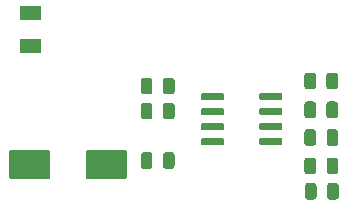
<source format=gbr>
G04 #@! TF.GenerationSoftware,KiCad,Pcbnew,(5.1.5)-3*
G04 #@! TF.CreationDate,2020-09-18T03:55:18-03:00*
G04 #@! TF.ProjectId,Pre charge & discharge,50726520-6368-4617-9267-652026206469,rev?*
G04 #@! TF.SameCoordinates,Original*
G04 #@! TF.FileFunction,Paste,Top*
G04 #@! TF.FilePolarity,Positive*
%FSLAX46Y46*%
G04 Gerber Fmt 4.6, Leading zero omitted, Abs format (unit mm)*
G04 Created by KiCad (PCBNEW (5.1.5)-3) date 2020-09-18 03:55:18*
%MOMM*%
%LPD*%
G04 APERTURE LIST*
%ADD10C,0.100000*%
G04 APERTURE END LIST*
D10*
G36*
X152575000Y-63425000D02*
G01*
X154325000Y-63425000D01*
X154325000Y-64675000D01*
X152575000Y-64675000D01*
X152575000Y-63425000D01*
G37*
G36*
X152575000Y-66225000D02*
G01*
X154325000Y-66225000D01*
X154325000Y-67475000D01*
X152575000Y-67475000D01*
X152575000Y-66225000D01*
G37*
G36*
X163530142Y-71651174D02*
G01*
X163553803Y-71654684D01*
X163577007Y-71660496D01*
X163599529Y-71668554D01*
X163621153Y-71678782D01*
X163641670Y-71691079D01*
X163660883Y-71705329D01*
X163678607Y-71721393D01*
X163694671Y-71739117D01*
X163708921Y-71758330D01*
X163721218Y-71778847D01*
X163731446Y-71800471D01*
X163739504Y-71822993D01*
X163745316Y-71846197D01*
X163748826Y-71869858D01*
X163750000Y-71893750D01*
X163750000Y-72806250D01*
X163748826Y-72830142D01*
X163745316Y-72853803D01*
X163739504Y-72877007D01*
X163731446Y-72899529D01*
X163721218Y-72921153D01*
X163708921Y-72941670D01*
X163694671Y-72960883D01*
X163678607Y-72978607D01*
X163660883Y-72994671D01*
X163641670Y-73008921D01*
X163621153Y-73021218D01*
X163599529Y-73031446D01*
X163577007Y-73039504D01*
X163553803Y-73045316D01*
X163530142Y-73048826D01*
X163506250Y-73050000D01*
X163018750Y-73050000D01*
X162994858Y-73048826D01*
X162971197Y-73045316D01*
X162947993Y-73039504D01*
X162925471Y-73031446D01*
X162903847Y-73021218D01*
X162883330Y-73008921D01*
X162864117Y-72994671D01*
X162846393Y-72978607D01*
X162830329Y-72960883D01*
X162816079Y-72941670D01*
X162803782Y-72921153D01*
X162793554Y-72899529D01*
X162785496Y-72877007D01*
X162779684Y-72853803D01*
X162776174Y-72830142D01*
X162775000Y-72806250D01*
X162775000Y-71893750D01*
X162776174Y-71869858D01*
X162779684Y-71846197D01*
X162785496Y-71822993D01*
X162793554Y-71800471D01*
X162803782Y-71778847D01*
X162816079Y-71758330D01*
X162830329Y-71739117D01*
X162846393Y-71721393D01*
X162864117Y-71705329D01*
X162883330Y-71691079D01*
X162903847Y-71678782D01*
X162925471Y-71668554D01*
X162947993Y-71660496D01*
X162971197Y-71654684D01*
X162994858Y-71651174D01*
X163018750Y-71650000D01*
X163506250Y-71650000D01*
X163530142Y-71651174D01*
G37*
G36*
X165405142Y-71651174D02*
G01*
X165428803Y-71654684D01*
X165452007Y-71660496D01*
X165474529Y-71668554D01*
X165496153Y-71678782D01*
X165516670Y-71691079D01*
X165535883Y-71705329D01*
X165553607Y-71721393D01*
X165569671Y-71739117D01*
X165583921Y-71758330D01*
X165596218Y-71778847D01*
X165606446Y-71800471D01*
X165614504Y-71822993D01*
X165620316Y-71846197D01*
X165623826Y-71869858D01*
X165625000Y-71893750D01*
X165625000Y-72806250D01*
X165623826Y-72830142D01*
X165620316Y-72853803D01*
X165614504Y-72877007D01*
X165606446Y-72899529D01*
X165596218Y-72921153D01*
X165583921Y-72941670D01*
X165569671Y-72960883D01*
X165553607Y-72978607D01*
X165535883Y-72994671D01*
X165516670Y-73008921D01*
X165496153Y-73021218D01*
X165474529Y-73031446D01*
X165452007Y-73039504D01*
X165428803Y-73045316D01*
X165405142Y-73048826D01*
X165381250Y-73050000D01*
X164893750Y-73050000D01*
X164869858Y-73048826D01*
X164846197Y-73045316D01*
X164822993Y-73039504D01*
X164800471Y-73031446D01*
X164778847Y-73021218D01*
X164758330Y-73008921D01*
X164739117Y-72994671D01*
X164721393Y-72978607D01*
X164705329Y-72960883D01*
X164691079Y-72941670D01*
X164678782Y-72921153D01*
X164668554Y-72899529D01*
X164660496Y-72877007D01*
X164654684Y-72853803D01*
X164651174Y-72830142D01*
X164650000Y-72806250D01*
X164650000Y-71893750D01*
X164651174Y-71869858D01*
X164654684Y-71846197D01*
X164660496Y-71822993D01*
X164668554Y-71800471D01*
X164678782Y-71778847D01*
X164691079Y-71758330D01*
X164705329Y-71739117D01*
X164721393Y-71721393D01*
X164739117Y-71705329D01*
X164758330Y-71691079D01*
X164778847Y-71678782D01*
X164800471Y-71668554D01*
X164822993Y-71660496D01*
X164846197Y-71654684D01*
X164869858Y-71651174D01*
X164893750Y-71650000D01*
X165381250Y-71650000D01*
X165405142Y-71651174D01*
G37*
G36*
X163530142Y-69551174D02*
G01*
X163553803Y-69554684D01*
X163577007Y-69560496D01*
X163599529Y-69568554D01*
X163621153Y-69578782D01*
X163641670Y-69591079D01*
X163660883Y-69605329D01*
X163678607Y-69621393D01*
X163694671Y-69639117D01*
X163708921Y-69658330D01*
X163721218Y-69678847D01*
X163731446Y-69700471D01*
X163739504Y-69722993D01*
X163745316Y-69746197D01*
X163748826Y-69769858D01*
X163750000Y-69793750D01*
X163750000Y-70706250D01*
X163748826Y-70730142D01*
X163745316Y-70753803D01*
X163739504Y-70777007D01*
X163731446Y-70799529D01*
X163721218Y-70821153D01*
X163708921Y-70841670D01*
X163694671Y-70860883D01*
X163678607Y-70878607D01*
X163660883Y-70894671D01*
X163641670Y-70908921D01*
X163621153Y-70921218D01*
X163599529Y-70931446D01*
X163577007Y-70939504D01*
X163553803Y-70945316D01*
X163530142Y-70948826D01*
X163506250Y-70950000D01*
X163018750Y-70950000D01*
X162994858Y-70948826D01*
X162971197Y-70945316D01*
X162947993Y-70939504D01*
X162925471Y-70931446D01*
X162903847Y-70921218D01*
X162883330Y-70908921D01*
X162864117Y-70894671D01*
X162846393Y-70878607D01*
X162830329Y-70860883D01*
X162816079Y-70841670D01*
X162803782Y-70821153D01*
X162793554Y-70799529D01*
X162785496Y-70777007D01*
X162779684Y-70753803D01*
X162776174Y-70730142D01*
X162775000Y-70706250D01*
X162775000Y-69793750D01*
X162776174Y-69769858D01*
X162779684Y-69746197D01*
X162785496Y-69722993D01*
X162793554Y-69700471D01*
X162803782Y-69678847D01*
X162816079Y-69658330D01*
X162830329Y-69639117D01*
X162846393Y-69621393D01*
X162864117Y-69605329D01*
X162883330Y-69591079D01*
X162903847Y-69578782D01*
X162925471Y-69568554D01*
X162947993Y-69560496D01*
X162971197Y-69554684D01*
X162994858Y-69551174D01*
X163018750Y-69550000D01*
X163506250Y-69550000D01*
X163530142Y-69551174D01*
G37*
G36*
X165405142Y-69551174D02*
G01*
X165428803Y-69554684D01*
X165452007Y-69560496D01*
X165474529Y-69568554D01*
X165496153Y-69578782D01*
X165516670Y-69591079D01*
X165535883Y-69605329D01*
X165553607Y-69621393D01*
X165569671Y-69639117D01*
X165583921Y-69658330D01*
X165596218Y-69678847D01*
X165606446Y-69700471D01*
X165614504Y-69722993D01*
X165620316Y-69746197D01*
X165623826Y-69769858D01*
X165625000Y-69793750D01*
X165625000Y-70706250D01*
X165623826Y-70730142D01*
X165620316Y-70753803D01*
X165614504Y-70777007D01*
X165606446Y-70799529D01*
X165596218Y-70821153D01*
X165583921Y-70841670D01*
X165569671Y-70860883D01*
X165553607Y-70878607D01*
X165535883Y-70894671D01*
X165516670Y-70908921D01*
X165496153Y-70921218D01*
X165474529Y-70931446D01*
X165452007Y-70939504D01*
X165428803Y-70945316D01*
X165405142Y-70948826D01*
X165381250Y-70950000D01*
X164893750Y-70950000D01*
X164869858Y-70948826D01*
X164846197Y-70945316D01*
X164822993Y-70939504D01*
X164800471Y-70931446D01*
X164778847Y-70921218D01*
X164758330Y-70908921D01*
X164739117Y-70894671D01*
X164721393Y-70878607D01*
X164705329Y-70860883D01*
X164691079Y-70841670D01*
X164678782Y-70821153D01*
X164668554Y-70799529D01*
X164660496Y-70777007D01*
X164654684Y-70753803D01*
X164651174Y-70730142D01*
X164650000Y-70706250D01*
X164650000Y-69793750D01*
X164651174Y-69769858D01*
X164654684Y-69746197D01*
X164660496Y-69722993D01*
X164668554Y-69700471D01*
X164678782Y-69678847D01*
X164691079Y-69658330D01*
X164705329Y-69639117D01*
X164721393Y-69621393D01*
X164739117Y-69605329D01*
X164758330Y-69591079D01*
X164778847Y-69578782D01*
X164800471Y-69568554D01*
X164822993Y-69560496D01*
X164846197Y-69554684D01*
X164869858Y-69551174D01*
X164893750Y-69550000D01*
X165381250Y-69550000D01*
X165405142Y-69551174D01*
G37*
G36*
X177367642Y-71551174D02*
G01*
X177391303Y-71554684D01*
X177414507Y-71560496D01*
X177437029Y-71568554D01*
X177458653Y-71578782D01*
X177479170Y-71591079D01*
X177498383Y-71605329D01*
X177516107Y-71621393D01*
X177532171Y-71639117D01*
X177546421Y-71658330D01*
X177558718Y-71678847D01*
X177568946Y-71700471D01*
X177577004Y-71722993D01*
X177582816Y-71746197D01*
X177586326Y-71769858D01*
X177587500Y-71793750D01*
X177587500Y-72706250D01*
X177586326Y-72730142D01*
X177582816Y-72753803D01*
X177577004Y-72777007D01*
X177568946Y-72799529D01*
X177558718Y-72821153D01*
X177546421Y-72841670D01*
X177532171Y-72860883D01*
X177516107Y-72878607D01*
X177498383Y-72894671D01*
X177479170Y-72908921D01*
X177458653Y-72921218D01*
X177437029Y-72931446D01*
X177414507Y-72939504D01*
X177391303Y-72945316D01*
X177367642Y-72948826D01*
X177343750Y-72950000D01*
X176856250Y-72950000D01*
X176832358Y-72948826D01*
X176808697Y-72945316D01*
X176785493Y-72939504D01*
X176762971Y-72931446D01*
X176741347Y-72921218D01*
X176720830Y-72908921D01*
X176701617Y-72894671D01*
X176683893Y-72878607D01*
X176667829Y-72860883D01*
X176653579Y-72841670D01*
X176641282Y-72821153D01*
X176631054Y-72799529D01*
X176622996Y-72777007D01*
X176617184Y-72753803D01*
X176613674Y-72730142D01*
X176612500Y-72706250D01*
X176612500Y-71793750D01*
X176613674Y-71769858D01*
X176617184Y-71746197D01*
X176622996Y-71722993D01*
X176631054Y-71700471D01*
X176641282Y-71678847D01*
X176653579Y-71658330D01*
X176667829Y-71639117D01*
X176683893Y-71621393D01*
X176701617Y-71605329D01*
X176720830Y-71591079D01*
X176741347Y-71578782D01*
X176762971Y-71568554D01*
X176785493Y-71560496D01*
X176808697Y-71554684D01*
X176832358Y-71551174D01*
X176856250Y-71550000D01*
X177343750Y-71550000D01*
X177367642Y-71551174D01*
G37*
G36*
X179242642Y-71551174D02*
G01*
X179266303Y-71554684D01*
X179289507Y-71560496D01*
X179312029Y-71568554D01*
X179333653Y-71578782D01*
X179354170Y-71591079D01*
X179373383Y-71605329D01*
X179391107Y-71621393D01*
X179407171Y-71639117D01*
X179421421Y-71658330D01*
X179433718Y-71678847D01*
X179443946Y-71700471D01*
X179452004Y-71722993D01*
X179457816Y-71746197D01*
X179461326Y-71769858D01*
X179462500Y-71793750D01*
X179462500Y-72706250D01*
X179461326Y-72730142D01*
X179457816Y-72753803D01*
X179452004Y-72777007D01*
X179443946Y-72799529D01*
X179433718Y-72821153D01*
X179421421Y-72841670D01*
X179407171Y-72860883D01*
X179391107Y-72878607D01*
X179373383Y-72894671D01*
X179354170Y-72908921D01*
X179333653Y-72921218D01*
X179312029Y-72931446D01*
X179289507Y-72939504D01*
X179266303Y-72945316D01*
X179242642Y-72948826D01*
X179218750Y-72950000D01*
X178731250Y-72950000D01*
X178707358Y-72948826D01*
X178683697Y-72945316D01*
X178660493Y-72939504D01*
X178637971Y-72931446D01*
X178616347Y-72921218D01*
X178595830Y-72908921D01*
X178576617Y-72894671D01*
X178558893Y-72878607D01*
X178542829Y-72860883D01*
X178528579Y-72841670D01*
X178516282Y-72821153D01*
X178506054Y-72799529D01*
X178497996Y-72777007D01*
X178492184Y-72753803D01*
X178488674Y-72730142D01*
X178487500Y-72706250D01*
X178487500Y-71793750D01*
X178488674Y-71769858D01*
X178492184Y-71746197D01*
X178497996Y-71722993D01*
X178506054Y-71700471D01*
X178516282Y-71678847D01*
X178528579Y-71658330D01*
X178542829Y-71639117D01*
X178558893Y-71621393D01*
X178576617Y-71605329D01*
X178595830Y-71591079D01*
X178616347Y-71578782D01*
X178637971Y-71568554D01*
X178660493Y-71560496D01*
X178683697Y-71554684D01*
X178707358Y-71551174D01*
X178731250Y-71550000D01*
X179218750Y-71550000D01*
X179242642Y-71551174D01*
G37*
G36*
X177367642Y-69101174D02*
G01*
X177391303Y-69104684D01*
X177414507Y-69110496D01*
X177437029Y-69118554D01*
X177458653Y-69128782D01*
X177479170Y-69141079D01*
X177498383Y-69155329D01*
X177516107Y-69171393D01*
X177532171Y-69189117D01*
X177546421Y-69208330D01*
X177558718Y-69228847D01*
X177568946Y-69250471D01*
X177577004Y-69272993D01*
X177582816Y-69296197D01*
X177586326Y-69319858D01*
X177587500Y-69343750D01*
X177587500Y-70256250D01*
X177586326Y-70280142D01*
X177582816Y-70303803D01*
X177577004Y-70327007D01*
X177568946Y-70349529D01*
X177558718Y-70371153D01*
X177546421Y-70391670D01*
X177532171Y-70410883D01*
X177516107Y-70428607D01*
X177498383Y-70444671D01*
X177479170Y-70458921D01*
X177458653Y-70471218D01*
X177437029Y-70481446D01*
X177414507Y-70489504D01*
X177391303Y-70495316D01*
X177367642Y-70498826D01*
X177343750Y-70500000D01*
X176856250Y-70500000D01*
X176832358Y-70498826D01*
X176808697Y-70495316D01*
X176785493Y-70489504D01*
X176762971Y-70481446D01*
X176741347Y-70471218D01*
X176720830Y-70458921D01*
X176701617Y-70444671D01*
X176683893Y-70428607D01*
X176667829Y-70410883D01*
X176653579Y-70391670D01*
X176641282Y-70371153D01*
X176631054Y-70349529D01*
X176622996Y-70327007D01*
X176617184Y-70303803D01*
X176613674Y-70280142D01*
X176612500Y-70256250D01*
X176612500Y-69343750D01*
X176613674Y-69319858D01*
X176617184Y-69296197D01*
X176622996Y-69272993D01*
X176631054Y-69250471D01*
X176641282Y-69228847D01*
X176653579Y-69208330D01*
X176667829Y-69189117D01*
X176683893Y-69171393D01*
X176701617Y-69155329D01*
X176720830Y-69141079D01*
X176741347Y-69128782D01*
X176762971Y-69118554D01*
X176785493Y-69110496D01*
X176808697Y-69104684D01*
X176832358Y-69101174D01*
X176856250Y-69100000D01*
X177343750Y-69100000D01*
X177367642Y-69101174D01*
G37*
G36*
X179242642Y-69101174D02*
G01*
X179266303Y-69104684D01*
X179289507Y-69110496D01*
X179312029Y-69118554D01*
X179333653Y-69128782D01*
X179354170Y-69141079D01*
X179373383Y-69155329D01*
X179391107Y-69171393D01*
X179407171Y-69189117D01*
X179421421Y-69208330D01*
X179433718Y-69228847D01*
X179443946Y-69250471D01*
X179452004Y-69272993D01*
X179457816Y-69296197D01*
X179461326Y-69319858D01*
X179462500Y-69343750D01*
X179462500Y-70256250D01*
X179461326Y-70280142D01*
X179457816Y-70303803D01*
X179452004Y-70327007D01*
X179443946Y-70349529D01*
X179433718Y-70371153D01*
X179421421Y-70391670D01*
X179407171Y-70410883D01*
X179391107Y-70428607D01*
X179373383Y-70444671D01*
X179354170Y-70458921D01*
X179333653Y-70471218D01*
X179312029Y-70481446D01*
X179289507Y-70489504D01*
X179266303Y-70495316D01*
X179242642Y-70498826D01*
X179218750Y-70500000D01*
X178731250Y-70500000D01*
X178707358Y-70498826D01*
X178683697Y-70495316D01*
X178660493Y-70489504D01*
X178637971Y-70481446D01*
X178616347Y-70471218D01*
X178595830Y-70458921D01*
X178576617Y-70444671D01*
X178558893Y-70428607D01*
X178542829Y-70410883D01*
X178528579Y-70391670D01*
X178516282Y-70371153D01*
X178506054Y-70349529D01*
X178497996Y-70327007D01*
X178492184Y-70303803D01*
X178488674Y-70280142D01*
X178487500Y-70256250D01*
X178487500Y-69343750D01*
X178488674Y-69319858D01*
X178492184Y-69296197D01*
X178497996Y-69272993D01*
X178506054Y-69250471D01*
X178516282Y-69228847D01*
X178528579Y-69208330D01*
X178542829Y-69189117D01*
X178558893Y-69171393D01*
X178576617Y-69155329D01*
X178595830Y-69141079D01*
X178616347Y-69128782D01*
X178637971Y-69118554D01*
X178660493Y-69110496D01*
X178683697Y-69104684D01*
X178707358Y-69101174D01*
X178731250Y-69100000D01*
X179218750Y-69100000D01*
X179242642Y-69101174D01*
G37*
G36*
X179255142Y-73901174D02*
G01*
X179278803Y-73904684D01*
X179302007Y-73910496D01*
X179324529Y-73918554D01*
X179346153Y-73928782D01*
X179366670Y-73941079D01*
X179385883Y-73955329D01*
X179403607Y-73971393D01*
X179419671Y-73989117D01*
X179433921Y-74008330D01*
X179446218Y-74028847D01*
X179456446Y-74050471D01*
X179464504Y-74072993D01*
X179470316Y-74096197D01*
X179473826Y-74119858D01*
X179475000Y-74143750D01*
X179475000Y-75056250D01*
X179473826Y-75080142D01*
X179470316Y-75103803D01*
X179464504Y-75127007D01*
X179456446Y-75149529D01*
X179446218Y-75171153D01*
X179433921Y-75191670D01*
X179419671Y-75210883D01*
X179403607Y-75228607D01*
X179385883Y-75244671D01*
X179366670Y-75258921D01*
X179346153Y-75271218D01*
X179324529Y-75281446D01*
X179302007Y-75289504D01*
X179278803Y-75295316D01*
X179255142Y-75298826D01*
X179231250Y-75300000D01*
X178743750Y-75300000D01*
X178719858Y-75298826D01*
X178696197Y-75295316D01*
X178672993Y-75289504D01*
X178650471Y-75281446D01*
X178628847Y-75271218D01*
X178608330Y-75258921D01*
X178589117Y-75244671D01*
X178571393Y-75228607D01*
X178555329Y-75210883D01*
X178541079Y-75191670D01*
X178528782Y-75171153D01*
X178518554Y-75149529D01*
X178510496Y-75127007D01*
X178504684Y-75103803D01*
X178501174Y-75080142D01*
X178500000Y-75056250D01*
X178500000Y-74143750D01*
X178501174Y-74119858D01*
X178504684Y-74096197D01*
X178510496Y-74072993D01*
X178518554Y-74050471D01*
X178528782Y-74028847D01*
X178541079Y-74008330D01*
X178555329Y-73989117D01*
X178571393Y-73971393D01*
X178589117Y-73955329D01*
X178608330Y-73941079D01*
X178628847Y-73928782D01*
X178650471Y-73918554D01*
X178672993Y-73910496D01*
X178696197Y-73904684D01*
X178719858Y-73901174D01*
X178743750Y-73900000D01*
X179231250Y-73900000D01*
X179255142Y-73901174D01*
G37*
G36*
X177380142Y-73901174D02*
G01*
X177403803Y-73904684D01*
X177427007Y-73910496D01*
X177449529Y-73918554D01*
X177471153Y-73928782D01*
X177491670Y-73941079D01*
X177510883Y-73955329D01*
X177528607Y-73971393D01*
X177544671Y-73989117D01*
X177558921Y-74008330D01*
X177571218Y-74028847D01*
X177581446Y-74050471D01*
X177589504Y-74072993D01*
X177595316Y-74096197D01*
X177598826Y-74119858D01*
X177600000Y-74143750D01*
X177600000Y-75056250D01*
X177598826Y-75080142D01*
X177595316Y-75103803D01*
X177589504Y-75127007D01*
X177581446Y-75149529D01*
X177571218Y-75171153D01*
X177558921Y-75191670D01*
X177544671Y-75210883D01*
X177528607Y-75228607D01*
X177510883Y-75244671D01*
X177491670Y-75258921D01*
X177471153Y-75271218D01*
X177449529Y-75281446D01*
X177427007Y-75289504D01*
X177403803Y-75295316D01*
X177380142Y-75298826D01*
X177356250Y-75300000D01*
X176868750Y-75300000D01*
X176844858Y-75298826D01*
X176821197Y-75295316D01*
X176797993Y-75289504D01*
X176775471Y-75281446D01*
X176753847Y-75271218D01*
X176733330Y-75258921D01*
X176714117Y-75244671D01*
X176696393Y-75228607D01*
X176680329Y-75210883D01*
X176666079Y-75191670D01*
X176653782Y-75171153D01*
X176643554Y-75149529D01*
X176635496Y-75127007D01*
X176629684Y-75103803D01*
X176626174Y-75080142D01*
X176625000Y-75056250D01*
X176625000Y-74143750D01*
X176626174Y-74119858D01*
X176629684Y-74096197D01*
X176635496Y-74072993D01*
X176643554Y-74050471D01*
X176653782Y-74028847D01*
X176666079Y-74008330D01*
X176680329Y-73989117D01*
X176696393Y-73971393D01*
X176714117Y-73955329D01*
X176733330Y-73941079D01*
X176753847Y-73928782D01*
X176775471Y-73918554D01*
X176797993Y-73910496D01*
X176821197Y-73904684D01*
X176844858Y-73901174D01*
X176868750Y-73900000D01*
X177356250Y-73900000D01*
X177380142Y-73901174D01*
G37*
G36*
X177380142Y-76301174D02*
G01*
X177403803Y-76304684D01*
X177427007Y-76310496D01*
X177449529Y-76318554D01*
X177471153Y-76328782D01*
X177491670Y-76341079D01*
X177510883Y-76355329D01*
X177528607Y-76371393D01*
X177544671Y-76389117D01*
X177558921Y-76408330D01*
X177571218Y-76428847D01*
X177581446Y-76450471D01*
X177589504Y-76472993D01*
X177595316Y-76496197D01*
X177598826Y-76519858D01*
X177600000Y-76543750D01*
X177600000Y-77456250D01*
X177598826Y-77480142D01*
X177595316Y-77503803D01*
X177589504Y-77527007D01*
X177581446Y-77549529D01*
X177571218Y-77571153D01*
X177558921Y-77591670D01*
X177544671Y-77610883D01*
X177528607Y-77628607D01*
X177510883Y-77644671D01*
X177491670Y-77658921D01*
X177471153Y-77671218D01*
X177449529Y-77681446D01*
X177427007Y-77689504D01*
X177403803Y-77695316D01*
X177380142Y-77698826D01*
X177356250Y-77700000D01*
X176868750Y-77700000D01*
X176844858Y-77698826D01*
X176821197Y-77695316D01*
X176797993Y-77689504D01*
X176775471Y-77681446D01*
X176753847Y-77671218D01*
X176733330Y-77658921D01*
X176714117Y-77644671D01*
X176696393Y-77628607D01*
X176680329Y-77610883D01*
X176666079Y-77591670D01*
X176653782Y-77571153D01*
X176643554Y-77549529D01*
X176635496Y-77527007D01*
X176629684Y-77503803D01*
X176626174Y-77480142D01*
X176625000Y-77456250D01*
X176625000Y-76543750D01*
X176626174Y-76519858D01*
X176629684Y-76496197D01*
X176635496Y-76472993D01*
X176643554Y-76450471D01*
X176653782Y-76428847D01*
X176666079Y-76408330D01*
X176680329Y-76389117D01*
X176696393Y-76371393D01*
X176714117Y-76355329D01*
X176733330Y-76341079D01*
X176753847Y-76328782D01*
X176775471Y-76318554D01*
X176797993Y-76310496D01*
X176821197Y-76304684D01*
X176844858Y-76301174D01*
X176868750Y-76300000D01*
X177356250Y-76300000D01*
X177380142Y-76301174D01*
G37*
G36*
X179255142Y-76301174D02*
G01*
X179278803Y-76304684D01*
X179302007Y-76310496D01*
X179324529Y-76318554D01*
X179346153Y-76328782D01*
X179366670Y-76341079D01*
X179385883Y-76355329D01*
X179403607Y-76371393D01*
X179419671Y-76389117D01*
X179433921Y-76408330D01*
X179446218Y-76428847D01*
X179456446Y-76450471D01*
X179464504Y-76472993D01*
X179470316Y-76496197D01*
X179473826Y-76519858D01*
X179475000Y-76543750D01*
X179475000Y-77456250D01*
X179473826Y-77480142D01*
X179470316Y-77503803D01*
X179464504Y-77527007D01*
X179456446Y-77549529D01*
X179446218Y-77571153D01*
X179433921Y-77591670D01*
X179419671Y-77610883D01*
X179403607Y-77628607D01*
X179385883Y-77644671D01*
X179366670Y-77658921D01*
X179346153Y-77671218D01*
X179324529Y-77681446D01*
X179302007Y-77689504D01*
X179278803Y-77695316D01*
X179255142Y-77698826D01*
X179231250Y-77700000D01*
X178743750Y-77700000D01*
X178719858Y-77698826D01*
X178696197Y-77695316D01*
X178672993Y-77689504D01*
X178650471Y-77681446D01*
X178628847Y-77671218D01*
X178608330Y-77658921D01*
X178589117Y-77644671D01*
X178571393Y-77628607D01*
X178555329Y-77610883D01*
X178541079Y-77591670D01*
X178528782Y-77571153D01*
X178518554Y-77549529D01*
X178510496Y-77527007D01*
X178504684Y-77503803D01*
X178501174Y-77480142D01*
X178500000Y-77456250D01*
X178500000Y-76543750D01*
X178501174Y-76519858D01*
X178504684Y-76496197D01*
X178510496Y-76472993D01*
X178518554Y-76450471D01*
X178528782Y-76428847D01*
X178541079Y-76408330D01*
X178555329Y-76389117D01*
X178571393Y-76371393D01*
X178589117Y-76355329D01*
X178608330Y-76341079D01*
X178628847Y-76328782D01*
X178650471Y-76318554D01*
X178672993Y-76310496D01*
X178696197Y-76304684D01*
X178719858Y-76301174D01*
X178743750Y-76300000D01*
X179231250Y-76300000D01*
X179255142Y-76301174D01*
G37*
G36*
X177430142Y-78451174D02*
G01*
X177453803Y-78454684D01*
X177477007Y-78460496D01*
X177499529Y-78468554D01*
X177521153Y-78478782D01*
X177541670Y-78491079D01*
X177560883Y-78505329D01*
X177578607Y-78521393D01*
X177594671Y-78539117D01*
X177608921Y-78558330D01*
X177621218Y-78578847D01*
X177631446Y-78600471D01*
X177639504Y-78622993D01*
X177645316Y-78646197D01*
X177648826Y-78669858D01*
X177650000Y-78693750D01*
X177650000Y-79606250D01*
X177648826Y-79630142D01*
X177645316Y-79653803D01*
X177639504Y-79677007D01*
X177631446Y-79699529D01*
X177621218Y-79721153D01*
X177608921Y-79741670D01*
X177594671Y-79760883D01*
X177578607Y-79778607D01*
X177560883Y-79794671D01*
X177541670Y-79808921D01*
X177521153Y-79821218D01*
X177499529Y-79831446D01*
X177477007Y-79839504D01*
X177453803Y-79845316D01*
X177430142Y-79848826D01*
X177406250Y-79850000D01*
X176918750Y-79850000D01*
X176894858Y-79848826D01*
X176871197Y-79845316D01*
X176847993Y-79839504D01*
X176825471Y-79831446D01*
X176803847Y-79821218D01*
X176783330Y-79808921D01*
X176764117Y-79794671D01*
X176746393Y-79778607D01*
X176730329Y-79760883D01*
X176716079Y-79741670D01*
X176703782Y-79721153D01*
X176693554Y-79699529D01*
X176685496Y-79677007D01*
X176679684Y-79653803D01*
X176676174Y-79630142D01*
X176675000Y-79606250D01*
X176675000Y-78693750D01*
X176676174Y-78669858D01*
X176679684Y-78646197D01*
X176685496Y-78622993D01*
X176693554Y-78600471D01*
X176703782Y-78578847D01*
X176716079Y-78558330D01*
X176730329Y-78539117D01*
X176746393Y-78521393D01*
X176764117Y-78505329D01*
X176783330Y-78491079D01*
X176803847Y-78478782D01*
X176825471Y-78468554D01*
X176847993Y-78460496D01*
X176871197Y-78454684D01*
X176894858Y-78451174D01*
X176918750Y-78450000D01*
X177406250Y-78450000D01*
X177430142Y-78451174D01*
G37*
G36*
X179305142Y-78451174D02*
G01*
X179328803Y-78454684D01*
X179352007Y-78460496D01*
X179374529Y-78468554D01*
X179396153Y-78478782D01*
X179416670Y-78491079D01*
X179435883Y-78505329D01*
X179453607Y-78521393D01*
X179469671Y-78539117D01*
X179483921Y-78558330D01*
X179496218Y-78578847D01*
X179506446Y-78600471D01*
X179514504Y-78622993D01*
X179520316Y-78646197D01*
X179523826Y-78669858D01*
X179525000Y-78693750D01*
X179525000Y-79606250D01*
X179523826Y-79630142D01*
X179520316Y-79653803D01*
X179514504Y-79677007D01*
X179506446Y-79699529D01*
X179496218Y-79721153D01*
X179483921Y-79741670D01*
X179469671Y-79760883D01*
X179453607Y-79778607D01*
X179435883Y-79794671D01*
X179416670Y-79808921D01*
X179396153Y-79821218D01*
X179374529Y-79831446D01*
X179352007Y-79839504D01*
X179328803Y-79845316D01*
X179305142Y-79848826D01*
X179281250Y-79850000D01*
X178793750Y-79850000D01*
X178769858Y-79848826D01*
X178746197Y-79845316D01*
X178722993Y-79839504D01*
X178700471Y-79831446D01*
X178678847Y-79821218D01*
X178658330Y-79808921D01*
X178639117Y-79794671D01*
X178621393Y-79778607D01*
X178605329Y-79760883D01*
X178591079Y-79741670D01*
X178578782Y-79721153D01*
X178568554Y-79699529D01*
X178560496Y-79677007D01*
X178554684Y-79653803D01*
X178551174Y-79630142D01*
X178550000Y-79606250D01*
X178550000Y-78693750D01*
X178551174Y-78669858D01*
X178554684Y-78646197D01*
X178560496Y-78622993D01*
X178568554Y-78600471D01*
X178578782Y-78578847D01*
X178591079Y-78558330D01*
X178605329Y-78539117D01*
X178621393Y-78521393D01*
X178639117Y-78505329D01*
X178658330Y-78491079D01*
X178678847Y-78478782D01*
X178700471Y-78468554D01*
X178722993Y-78460496D01*
X178746197Y-78454684D01*
X178769858Y-78451174D01*
X178793750Y-78450000D01*
X179281250Y-78450000D01*
X179305142Y-78451174D01*
G37*
G36*
X163530142Y-75851174D02*
G01*
X163553803Y-75854684D01*
X163577007Y-75860496D01*
X163599529Y-75868554D01*
X163621153Y-75878782D01*
X163641670Y-75891079D01*
X163660883Y-75905329D01*
X163678607Y-75921393D01*
X163694671Y-75939117D01*
X163708921Y-75958330D01*
X163721218Y-75978847D01*
X163731446Y-76000471D01*
X163739504Y-76022993D01*
X163745316Y-76046197D01*
X163748826Y-76069858D01*
X163750000Y-76093750D01*
X163750000Y-77006250D01*
X163748826Y-77030142D01*
X163745316Y-77053803D01*
X163739504Y-77077007D01*
X163731446Y-77099529D01*
X163721218Y-77121153D01*
X163708921Y-77141670D01*
X163694671Y-77160883D01*
X163678607Y-77178607D01*
X163660883Y-77194671D01*
X163641670Y-77208921D01*
X163621153Y-77221218D01*
X163599529Y-77231446D01*
X163577007Y-77239504D01*
X163553803Y-77245316D01*
X163530142Y-77248826D01*
X163506250Y-77250000D01*
X163018750Y-77250000D01*
X162994858Y-77248826D01*
X162971197Y-77245316D01*
X162947993Y-77239504D01*
X162925471Y-77231446D01*
X162903847Y-77221218D01*
X162883330Y-77208921D01*
X162864117Y-77194671D01*
X162846393Y-77178607D01*
X162830329Y-77160883D01*
X162816079Y-77141670D01*
X162803782Y-77121153D01*
X162793554Y-77099529D01*
X162785496Y-77077007D01*
X162779684Y-77053803D01*
X162776174Y-77030142D01*
X162775000Y-77006250D01*
X162775000Y-76093750D01*
X162776174Y-76069858D01*
X162779684Y-76046197D01*
X162785496Y-76022993D01*
X162793554Y-76000471D01*
X162803782Y-75978847D01*
X162816079Y-75958330D01*
X162830329Y-75939117D01*
X162846393Y-75921393D01*
X162864117Y-75905329D01*
X162883330Y-75891079D01*
X162903847Y-75878782D01*
X162925471Y-75868554D01*
X162947993Y-75860496D01*
X162971197Y-75854684D01*
X162994858Y-75851174D01*
X163018750Y-75850000D01*
X163506250Y-75850000D01*
X163530142Y-75851174D01*
G37*
G36*
X165405142Y-75851174D02*
G01*
X165428803Y-75854684D01*
X165452007Y-75860496D01*
X165474529Y-75868554D01*
X165496153Y-75878782D01*
X165516670Y-75891079D01*
X165535883Y-75905329D01*
X165553607Y-75921393D01*
X165569671Y-75939117D01*
X165583921Y-75958330D01*
X165596218Y-75978847D01*
X165606446Y-76000471D01*
X165614504Y-76022993D01*
X165620316Y-76046197D01*
X165623826Y-76069858D01*
X165625000Y-76093750D01*
X165625000Y-77006250D01*
X165623826Y-77030142D01*
X165620316Y-77053803D01*
X165614504Y-77077007D01*
X165606446Y-77099529D01*
X165596218Y-77121153D01*
X165583921Y-77141670D01*
X165569671Y-77160883D01*
X165553607Y-77178607D01*
X165535883Y-77194671D01*
X165516670Y-77208921D01*
X165496153Y-77221218D01*
X165474529Y-77231446D01*
X165452007Y-77239504D01*
X165428803Y-77245316D01*
X165405142Y-77248826D01*
X165381250Y-77250000D01*
X164893750Y-77250000D01*
X164869858Y-77248826D01*
X164846197Y-77245316D01*
X164822993Y-77239504D01*
X164800471Y-77231446D01*
X164778847Y-77221218D01*
X164758330Y-77208921D01*
X164739117Y-77194671D01*
X164721393Y-77178607D01*
X164705329Y-77160883D01*
X164691079Y-77141670D01*
X164678782Y-77121153D01*
X164668554Y-77099529D01*
X164660496Y-77077007D01*
X164654684Y-77053803D01*
X164651174Y-77030142D01*
X164650000Y-77006250D01*
X164650000Y-76093750D01*
X164651174Y-76069858D01*
X164654684Y-76046197D01*
X164660496Y-76022993D01*
X164668554Y-76000471D01*
X164678782Y-75978847D01*
X164691079Y-75958330D01*
X164705329Y-75939117D01*
X164721393Y-75921393D01*
X164739117Y-75905329D01*
X164758330Y-75891079D01*
X164778847Y-75878782D01*
X164800471Y-75868554D01*
X164822993Y-75860496D01*
X164846197Y-75854684D01*
X164869858Y-75851174D01*
X164893750Y-75850000D01*
X165381250Y-75850000D01*
X165405142Y-75851174D01*
G37*
G36*
X174614703Y-74655722D02*
G01*
X174629264Y-74657882D01*
X174643543Y-74661459D01*
X174657403Y-74666418D01*
X174670710Y-74672712D01*
X174683336Y-74680280D01*
X174695159Y-74689048D01*
X174706066Y-74698934D01*
X174715952Y-74709841D01*
X174724720Y-74721664D01*
X174732288Y-74734290D01*
X174738582Y-74747597D01*
X174743541Y-74761457D01*
X174747118Y-74775736D01*
X174749278Y-74790297D01*
X174750000Y-74805000D01*
X174750000Y-75105000D01*
X174749278Y-75119703D01*
X174747118Y-75134264D01*
X174743541Y-75148543D01*
X174738582Y-75162403D01*
X174732288Y-75175710D01*
X174724720Y-75188336D01*
X174715952Y-75200159D01*
X174706066Y-75211066D01*
X174695159Y-75220952D01*
X174683336Y-75229720D01*
X174670710Y-75237288D01*
X174657403Y-75243582D01*
X174643543Y-75248541D01*
X174629264Y-75252118D01*
X174614703Y-75254278D01*
X174600000Y-75255000D01*
X172950000Y-75255000D01*
X172935297Y-75254278D01*
X172920736Y-75252118D01*
X172906457Y-75248541D01*
X172892597Y-75243582D01*
X172879290Y-75237288D01*
X172866664Y-75229720D01*
X172854841Y-75220952D01*
X172843934Y-75211066D01*
X172834048Y-75200159D01*
X172825280Y-75188336D01*
X172817712Y-75175710D01*
X172811418Y-75162403D01*
X172806459Y-75148543D01*
X172802882Y-75134264D01*
X172800722Y-75119703D01*
X172800000Y-75105000D01*
X172800000Y-74805000D01*
X172800722Y-74790297D01*
X172802882Y-74775736D01*
X172806459Y-74761457D01*
X172811418Y-74747597D01*
X172817712Y-74734290D01*
X172825280Y-74721664D01*
X172834048Y-74709841D01*
X172843934Y-74698934D01*
X172854841Y-74689048D01*
X172866664Y-74680280D01*
X172879290Y-74672712D01*
X172892597Y-74666418D01*
X172906457Y-74661459D01*
X172920736Y-74657882D01*
X172935297Y-74655722D01*
X172950000Y-74655000D01*
X174600000Y-74655000D01*
X174614703Y-74655722D01*
G37*
G36*
X174614703Y-73385722D02*
G01*
X174629264Y-73387882D01*
X174643543Y-73391459D01*
X174657403Y-73396418D01*
X174670710Y-73402712D01*
X174683336Y-73410280D01*
X174695159Y-73419048D01*
X174706066Y-73428934D01*
X174715952Y-73439841D01*
X174724720Y-73451664D01*
X174732288Y-73464290D01*
X174738582Y-73477597D01*
X174743541Y-73491457D01*
X174747118Y-73505736D01*
X174749278Y-73520297D01*
X174750000Y-73535000D01*
X174750000Y-73835000D01*
X174749278Y-73849703D01*
X174747118Y-73864264D01*
X174743541Y-73878543D01*
X174738582Y-73892403D01*
X174732288Y-73905710D01*
X174724720Y-73918336D01*
X174715952Y-73930159D01*
X174706066Y-73941066D01*
X174695159Y-73950952D01*
X174683336Y-73959720D01*
X174670710Y-73967288D01*
X174657403Y-73973582D01*
X174643543Y-73978541D01*
X174629264Y-73982118D01*
X174614703Y-73984278D01*
X174600000Y-73985000D01*
X172950000Y-73985000D01*
X172935297Y-73984278D01*
X172920736Y-73982118D01*
X172906457Y-73978541D01*
X172892597Y-73973582D01*
X172879290Y-73967288D01*
X172866664Y-73959720D01*
X172854841Y-73950952D01*
X172843934Y-73941066D01*
X172834048Y-73930159D01*
X172825280Y-73918336D01*
X172817712Y-73905710D01*
X172811418Y-73892403D01*
X172806459Y-73878543D01*
X172802882Y-73864264D01*
X172800722Y-73849703D01*
X172800000Y-73835000D01*
X172800000Y-73535000D01*
X172800722Y-73520297D01*
X172802882Y-73505736D01*
X172806459Y-73491457D01*
X172811418Y-73477597D01*
X172817712Y-73464290D01*
X172825280Y-73451664D01*
X172834048Y-73439841D01*
X172843934Y-73428934D01*
X172854841Y-73419048D01*
X172866664Y-73410280D01*
X172879290Y-73402712D01*
X172892597Y-73396418D01*
X172906457Y-73391459D01*
X172920736Y-73387882D01*
X172935297Y-73385722D01*
X172950000Y-73385000D01*
X174600000Y-73385000D01*
X174614703Y-73385722D01*
G37*
G36*
X174614703Y-72115722D02*
G01*
X174629264Y-72117882D01*
X174643543Y-72121459D01*
X174657403Y-72126418D01*
X174670710Y-72132712D01*
X174683336Y-72140280D01*
X174695159Y-72149048D01*
X174706066Y-72158934D01*
X174715952Y-72169841D01*
X174724720Y-72181664D01*
X174732288Y-72194290D01*
X174738582Y-72207597D01*
X174743541Y-72221457D01*
X174747118Y-72235736D01*
X174749278Y-72250297D01*
X174750000Y-72265000D01*
X174750000Y-72565000D01*
X174749278Y-72579703D01*
X174747118Y-72594264D01*
X174743541Y-72608543D01*
X174738582Y-72622403D01*
X174732288Y-72635710D01*
X174724720Y-72648336D01*
X174715952Y-72660159D01*
X174706066Y-72671066D01*
X174695159Y-72680952D01*
X174683336Y-72689720D01*
X174670710Y-72697288D01*
X174657403Y-72703582D01*
X174643543Y-72708541D01*
X174629264Y-72712118D01*
X174614703Y-72714278D01*
X174600000Y-72715000D01*
X172950000Y-72715000D01*
X172935297Y-72714278D01*
X172920736Y-72712118D01*
X172906457Y-72708541D01*
X172892597Y-72703582D01*
X172879290Y-72697288D01*
X172866664Y-72689720D01*
X172854841Y-72680952D01*
X172843934Y-72671066D01*
X172834048Y-72660159D01*
X172825280Y-72648336D01*
X172817712Y-72635710D01*
X172811418Y-72622403D01*
X172806459Y-72608543D01*
X172802882Y-72594264D01*
X172800722Y-72579703D01*
X172800000Y-72565000D01*
X172800000Y-72265000D01*
X172800722Y-72250297D01*
X172802882Y-72235736D01*
X172806459Y-72221457D01*
X172811418Y-72207597D01*
X172817712Y-72194290D01*
X172825280Y-72181664D01*
X172834048Y-72169841D01*
X172843934Y-72158934D01*
X172854841Y-72149048D01*
X172866664Y-72140280D01*
X172879290Y-72132712D01*
X172892597Y-72126418D01*
X172906457Y-72121459D01*
X172920736Y-72117882D01*
X172935297Y-72115722D01*
X172950000Y-72115000D01*
X174600000Y-72115000D01*
X174614703Y-72115722D01*
G37*
G36*
X174614703Y-70845722D02*
G01*
X174629264Y-70847882D01*
X174643543Y-70851459D01*
X174657403Y-70856418D01*
X174670710Y-70862712D01*
X174683336Y-70870280D01*
X174695159Y-70879048D01*
X174706066Y-70888934D01*
X174715952Y-70899841D01*
X174724720Y-70911664D01*
X174732288Y-70924290D01*
X174738582Y-70937597D01*
X174743541Y-70951457D01*
X174747118Y-70965736D01*
X174749278Y-70980297D01*
X174750000Y-70995000D01*
X174750000Y-71295000D01*
X174749278Y-71309703D01*
X174747118Y-71324264D01*
X174743541Y-71338543D01*
X174738582Y-71352403D01*
X174732288Y-71365710D01*
X174724720Y-71378336D01*
X174715952Y-71390159D01*
X174706066Y-71401066D01*
X174695159Y-71410952D01*
X174683336Y-71419720D01*
X174670710Y-71427288D01*
X174657403Y-71433582D01*
X174643543Y-71438541D01*
X174629264Y-71442118D01*
X174614703Y-71444278D01*
X174600000Y-71445000D01*
X172950000Y-71445000D01*
X172935297Y-71444278D01*
X172920736Y-71442118D01*
X172906457Y-71438541D01*
X172892597Y-71433582D01*
X172879290Y-71427288D01*
X172866664Y-71419720D01*
X172854841Y-71410952D01*
X172843934Y-71401066D01*
X172834048Y-71390159D01*
X172825280Y-71378336D01*
X172817712Y-71365710D01*
X172811418Y-71352403D01*
X172806459Y-71338543D01*
X172802882Y-71324264D01*
X172800722Y-71309703D01*
X172800000Y-71295000D01*
X172800000Y-70995000D01*
X172800722Y-70980297D01*
X172802882Y-70965736D01*
X172806459Y-70951457D01*
X172811418Y-70937597D01*
X172817712Y-70924290D01*
X172825280Y-70911664D01*
X172834048Y-70899841D01*
X172843934Y-70888934D01*
X172854841Y-70879048D01*
X172866664Y-70870280D01*
X172879290Y-70862712D01*
X172892597Y-70856418D01*
X172906457Y-70851459D01*
X172920736Y-70847882D01*
X172935297Y-70845722D01*
X172950000Y-70845000D01*
X174600000Y-70845000D01*
X174614703Y-70845722D01*
G37*
G36*
X169664703Y-70845722D02*
G01*
X169679264Y-70847882D01*
X169693543Y-70851459D01*
X169707403Y-70856418D01*
X169720710Y-70862712D01*
X169733336Y-70870280D01*
X169745159Y-70879048D01*
X169756066Y-70888934D01*
X169765952Y-70899841D01*
X169774720Y-70911664D01*
X169782288Y-70924290D01*
X169788582Y-70937597D01*
X169793541Y-70951457D01*
X169797118Y-70965736D01*
X169799278Y-70980297D01*
X169800000Y-70995000D01*
X169800000Y-71295000D01*
X169799278Y-71309703D01*
X169797118Y-71324264D01*
X169793541Y-71338543D01*
X169788582Y-71352403D01*
X169782288Y-71365710D01*
X169774720Y-71378336D01*
X169765952Y-71390159D01*
X169756066Y-71401066D01*
X169745159Y-71410952D01*
X169733336Y-71419720D01*
X169720710Y-71427288D01*
X169707403Y-71433582D01*
X169693543Y-71438541D01*
X169679264Y-71442118D01*
X169664703Y-71444278D01*
X169650000Y-71445000D01*
X168000000Y-71445000D01*
X167985297Y-71444278D01*
X167970736Y-71442118D01*
X167956457Y-71438541D01*
X167942597Y-71433582D01*
X167929290Y-71427288D01*
X167916664Y-71419720D01*
X167904841Y-71410952D01*
X167893934Y-71401066D01*
X167884048Y-71390159D01*
X167875280Y-71378336D01*
X167867712Y-71365710D01*
X167861418Y-71352403D01*
X167856459Y-71338543D01*
X167852882Y-71324264D01*
X167850722Y-71309703D01*
X167850000Y-71295000D01*
X167850000Y-70995000D01*
X167850722Y-70980297D01*
X167852882Y-70965736D01*
X167856459Y-70951457D01*
X167861418Y-70937597D01*
X167867712Y-70924290D01*
X167875280Y-70911664D01*
X167884048Y-70899841D01*
X167893934Y-70888934D01*
X167904841Y-70879048D01*
X167916664Y-70870280D01*
X167929290Y-70862712D01*
X167942597Y-70856418D01*
X167956457Y-70851459D01*
X167970736Y-70847882D01*
X167985297Y-70845722D01*
X168000000Y-70845000D01*
X169650000Y-70845000D01*
X169664703Y-70845722D01*
G37*
G36*
X169664703Y-72115722D02*
G01*
X169679264Y-72117882D01*
X169693543Y-72121459D01*
X169707403Y-72126418D01*
X169720710Y-72132712D01*
X169733336Y-72140280D01*
X169745159Y-72149048D01*
X169756066Y-72158934D01*
X169765952Y-72169841D01*
X169774720Y-72181664D01*
X169782288Y-72194290D01*
X169788582Y-72207597D01*
X169793541Y-72221457D01*
X169797118Y-72235736D01*
X169799278Y-72250297D01*
X169800000Y-72265000D01*
X169800000Y-72565000D01*
X169799278Y-72579703D01*
X169797118Y-72594264D01*
X169793541Y-72608543D01*
X169788582Y-72622403D01*
X169782288Y-72635710D01*
X169774720Y-72648336D01*
X169765952Y-72660159D01*
X169756066Y-72671066D01*
X169745159Y-72680952D01*
X169733336Y-72689720D01*
X169720710Y-72697288D01*
X169707403Y-72703582D01*
X169693543Y-72708541D01*
X169679264Y-72712118D01*
X169664703Y-72714278D01*
X169650000Y-72715000D01*
X168000000Y-72715000D01*
X167985297Y-72714278D01*
X167970736Y-72712118D01*
X167956457Y-72708541D01*
X167942597Y-72703582D01*
X167929290Y-72697288D01*
X167916664Y-72689720D01*
X167904841Y-72680952D01*
X167893934Y-72671066D01*
X167884048Y-72660159D01*
X167875280Y-72648336D01*
X167867712Y-72635710D01*
X167861418Y-72622403D01*
X167856459Y-72608543D01*
X167852882Y-72594264D01*
X167850722Y-72579703D01*
X167850000Y-72565000D01*
X167850000Y-72265000D01*
X167850722Y-72250297D01*
X167852882Y-72235736D01*
X167856459Y-72221457D01*
X167861418Y-72207597D01*
X167867712Y-72194290D01*
X167875280Y-72181664D01*
X167884048Y-72169841D01*
X167893934Y-72158934D01*
X167904841Y-72149048D01*
X167916664Y-72140280D01*
X167929290Y-72132712D01*
X167942597Y-72126418D01*
X167956457Y-72121459D01*
X167970736Y-72117882D01*
X167985297Y-72115722D01*
X168000000Y-72115000D01*
X169650000Y-72115000D01*
X169664703Y-72115722D01*
G37*
G36*
X169664703Y-73385722D02*
G01*
X169679264Y-73387882D01*
X169693543Y-73391459D01*
X169707403Y-73396418D01*
X169720710Y-73402712D01*
X169733336Y-73410280D01*
X169745159Y-73419048D01*
X169756066Y-73428934D01*
X169765952Y-73439841D01*
X169774720Y-73451664D01*
X169782288Y-73464290D01*
X169788582Y-73477597D01*
X169793541Y-73491457D01*
X169797118Y-73505736D01*
X169799278Y-73520297D01*
X169800000Y-73535000D01*
X169800000Y-73835000D01*
X169799278Y-73849703D01*
X169797118Y-73864264D01*
X169793541Y-73878543D01*
X169788582Y-73892403D01*
X169782288Y-73905710D01*
X169774720Y-73918336D01*
X169765952Y-73930159D01*
X169756066Y-73941066D01*
X169745159Y-73950952D01*
X169733336Y-73959720D01*
X169720710Y-73967288D01*
X169707403Y-73973582D01*
X169693543Y-73978541D01*
X169679264Y-73982118D01*
X169664703Y-73984278D01*
X169650000Y-73985000D01*
X168000000Y-73985000D01*
X167985297Y-73984278D01*
X167970736Y-73982118D01*
X167956457Y-73978541D01*
X167942597Y-73973582D01*
X167929290Y-73967288D01*
X167916664Y-73959720D01*
X167904841Y-73950952D01*
X167893934Y-73941066D01*
X167884048Y-73930159D01*
X167875280Y-73918336D01*
X167867712Y-73905710D01*
X167861418Y-73892403D01*
X167856459Y-73878543D01*
X167852882Y-73864264D01*
X167850722Y-73849703D01*
X167850000Y-73835000D01*
X167850000Y-73535000D01*
X167850722Y-73520297D01*
X167852882Y-73505736D01*
X167856459Y-73491457D01*
X167861418Y-73477597D01*
X167867712Y-73464290D01*
X167875280Y-73451664D01*
X167884048Y-73439841D01*
X167893934Y-73428934D01*
X167904841Y-73419048D01*
X167916664Y-73410280D01*
X167929290Y-73402712D01*
X167942597Y-73396418D01*
X167956457Y-73391459D01*
X167970736Y-73387882D01*
X167985297Y-73385722D01*
X168000000Y-73385000D01*
X169650000Y-73385000D01*
X169664703Y-73385722D01*
G37*
G36*
X169664703Y-74655722D02*
G01*
X169679264Y-74657882D01*
X169693543Y-74661459D01*
X169707403Y-74666418D01*
X169720710Y-74672712D01*
X169733336Y-74680280D01*
X169745159Y-74689048D01*
X169756066Y-74698934D01*
X169765952Y-74709841D01*
X169774720Y-74721664D01*
X169782288Y-74734290D01*
X169788582Y-74747597D01*
X169793541Y-74761457D01*
X169797118Y-74775736D01*
X169799278Y-74790297D01*
X169800000Y-74805000D01*
X169800000Y-75105000D01*
X169799278Y-75119703D01*
X169797118Y-75134264D01*
X169793541Y-75148543D01*
X169788582Y-75162403D01*
X169782288Y-75175710D01*
X169774720Y-75188336D01*
X169765952Y-75200159D01*
X169756066Y-75211066D01*
X169745159Y-75220952D01*
X169733336Y-75229720D01*
X169720710Y-75237288D01*
X169707403Y-75243582D01*
X169693543Y-75248541D01*
X169679264Y-75252118D01*
X169664703Y-75254278D01*
X169650000Y-75255000D01*
X168000000Y-75255000D01*
X167985297Y-75254278D01*
X167970736Y-75252118D01*
X167956457Y-75248541D01*
X167942597Y-75243582D01*
X167929290Y-75237288D01*
X167916664Y-75229720D01*
X167904841Y-75220952D01*
X167893934Y-75211066D01*
X167884048Y-75200159D01*
X167875280Y-75188336D01*
X167867712Y-75175710D01*
X167861418Y-75162403D01*
X167856459Y-75148543D01*
X167852882Y-75134264D01*
X167850722Y-75119703D01*
X167850000Y-75105000D01*
X167850000Y-74805000D01*
X167850722Y-74790297D01*
X167852882Y-74775736D01*
X167856459Y-74761457D01*
X167861418Y-74747597D01*
X167867712Y-74734290D01*
X167875280Y-74721664D01*
X167884048Y-74709841D01*
X167893934Y-74698934D01*
X167904841Y-74689048D01*
X167916664Y-74680280D01*
X167929290Y-74672712D01*
X167942597Y-74666418D01*
X167956457Y-74661459D01*
X167970736Y-74657882D01*
X167985297Y-74655722D01*
X168000000Y-74655000D01*
X169650000Y-74655000D01*
X169664703Y-74655722D01*
G37*
G36*
X161374504Y-75651204D02*
G01*
X161398773Y-75654804D01*
X161422571Y-75660765D01*
X161445671Y-75669030D01*
X161467849Y-75679520D01*
X161488893Y-75692133D01*
X161508598Y-75706747D01*
X161526777Y-75723223D01*
X161543253Y-75741402D01*
X161557867Y-75761107D01*
X161570480Y-75782151D01*
X161580970Y-75804329D01*
X161589235Y-75827429D01*
X161595196Y-75851227D01*
X161598796Y-75875496D01*
X161600000Y-75900000D01*
X161600000Y-77900000D01*
X161598796Y-77924504D01*
X161595196Y-77948773D01*
X161589235Y-77972571D01*
X161580970Y-77995671D01*
X161570480Y-78017849D01*
X161557867Y-78038893D01*
X161543253Y-78058598D01*
X161526777Y-78076777D01*
X161508598Y-78093253D01*
X161488893Y-78107867D01*
X161467849Y-78120480D01*
X161445671Y-78130970D01*
X161422571Y-78139235D01*
X161398773Y-78145196D01*
X161374504Y-78148796D01*
X161350000Y-78150000D01*
X158350000Y-78150000D01*
X158325496Y-78148796D01*
X158301227Y-78145196D01*
X158277429Y-78139235D01*
X158254329Y-78130970D01*
X158232151Y-78120480D01*
X158211107Y-78107867D01*
X158191402Y-78093253D01*
X158173223Y-78076777D01*
X158156747Y-78058598D01*
X158142133Y-78038893D01*
X158129520Y-78017849D01*
X158119030Y-77995671D01*
X158110765Y-77972571D01*
X158104804Y-77948773D01*
X158101204Y-77924504D01*
X158100000Y-77900000D01*
X158100000Y-75900000D01*
X158101204Y-75875496D01*
X158104804Y-75851227D01*
X158110765Y-75827429D01*
X158119030Y-75804329D01*
X158129520Y-75782151D01*
X158142133Y-75761107D01*
X158156747Y-75741402D01*
X158173223Y-75723223D01*
X158191402Y-75706747D01*
X158211107Y-75692133D01*
X158232151Y-75679520D01*
X158254329Y-75669030D01*
X158277429Y-75660765D01*
X158301227Y-75654804D01*
X158325496Y-75651204D01*
X158350000Y-75650000D01*
X161350000Y-75650000D01*
X161374504Y-75651204D01*
G37*
G36*
X154874504Y-75651204D02*
G01*
X154898773Y-75654804D01*
X154922571Y-75660765D01*
X154945671Y-75669030D01*
X154967849Y-75679520D01*
X154988893Y-75692133D01*
X155008598Y-75706747D01*
X155026777Y-75723223D01*
X155043253Y-75741402D01*
X155057867Y-75761107D01*
X155070480Y-75782151D01*
X155080970Y-75804329D01*
X155089235Y-75827429D01*
X155095196Y-75851227D01*
X155098796Y-75875496D01*
X155100000Y-75900000D01*
X155100000Y-77900000D01*
X155098796Y-77924504D01*
X155095196Y-77948773D01*
X155089235Y-77972571D01*
X155080970Y-77995671D01*
X155070480Y-78017849D01*
X155057867Y-78038893D01*
X155043253Y-78058598D01*
X155026777Y-78076777D01*
X155008598Y-78093253D01*
X154988893Y-78107867D01*
X154967849Y-78120480D01*
X154945671Y-78130970D01*
X154922571Y-78139235D01*
X154898773Y-78145196D01*
X154874504Y-78148796D01*
X154850000Y-78150000D01*
X151850000Y-78150000D01*
X151825496Y-78148796D01*
X151801227Y-78145196D01*
X151777429Y-78139235D01*
X151754329Y-78130970D01*
X151732151Y-78120480D01*
X151711107Y-78107867D01*
X151691402Y-78093253D01*
X151673223Y-78076777D01*
X151656747Y-78058598D01*
X151642133Y-78038893D01*
X151629520Y-78017849D01*
X151619030Y-77995671D01*
X151610765Y-77972571D01*
X151604804Y-77948773D01*
X151601204Y-77924504D01*
X151600000Y-77900000D01*
X151600000Y-75900000D01*
X151601204Y-75875496D01*
X151604804Y-75851227D01*
X151610765Y-75827429D01*
X151619030Y-75804329D01*
X151629520Y-75782151D01*
X151642133Y-75761107D01*
X151656747Y-75741402D01*
X151673223Y-75723223D01*
X151691402Y-75706747D01*
X151711107Y-75692133D01*
X151732151Y-75679520D01*
X151754329Y-75669030D01*
X151777429Y-75660765D01*
X151801227Y-75654804D01*
X151825496Y-75651204D01*
X151850000Y-75650000D01*
X154850000Y-75650000D01*
X154874504Y-75651204D01*
G37*
M02*

</source>
